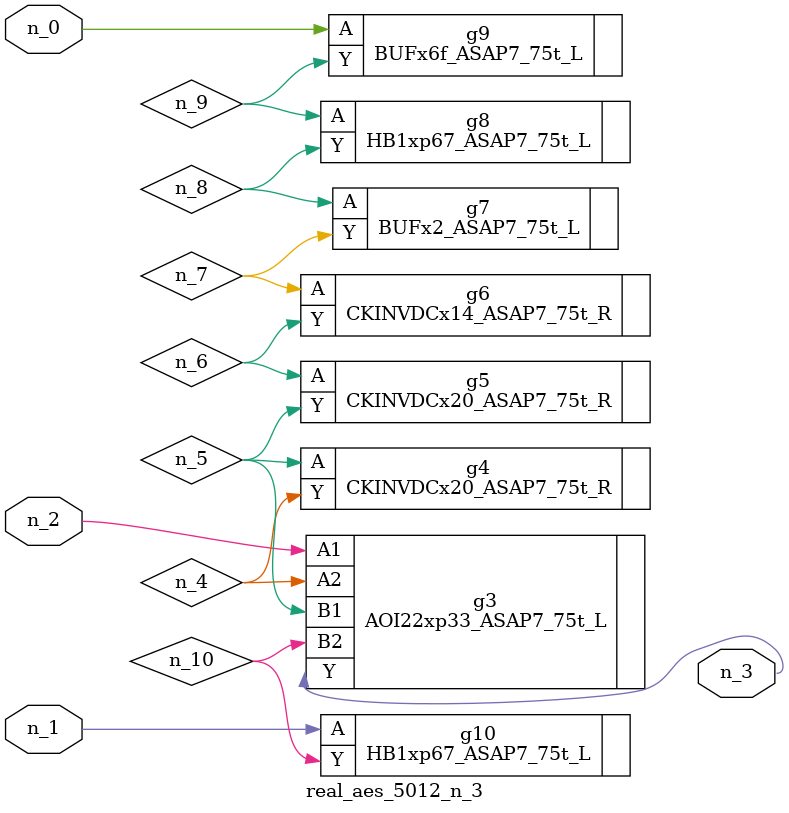
<source format=v>
module real_aes_5012_n_3 (n_0, n_2, n_1, n_3);
input n_0;
input n_2;
input n_1;
output n_3;
wire n_4;
wire n_5;
wire n_7;
wire n_8;
wire n_6;
wire n_9;
wire n_10;
BUFx6f_ASAP7_75t_L g9 ( .A(n_0), .Y(n_9) );
HB1xp67_ASAP7_75t_L g10 ( .A(n_1), .Y(n_10) );
AOI22xp33_ASAP7_75t_L g3 ( .A1(n_2), .A2(n_4), .B1(n_5), .B2(n_10), .Y(n_3) );
CKINVDCx20_ASAP7_75t_R g4 ( .A(n_5), .Y(n_4) );
CKINVDCx20_ASAP7_75t_R g5 ( .A(n_6), .Y(n_5) );
CKINVDCx14_ASAP7_75t_R g6 ( .A(n_7), .Y(n_6) );
BUFx2_ASAP7_75t_L g7 ( .A(n_8), .Y(n_7) );
HB1xp67_ASAP7_75t_L g8 ( .A(n_9), .Y(n_8) );
endmodule
</source>
